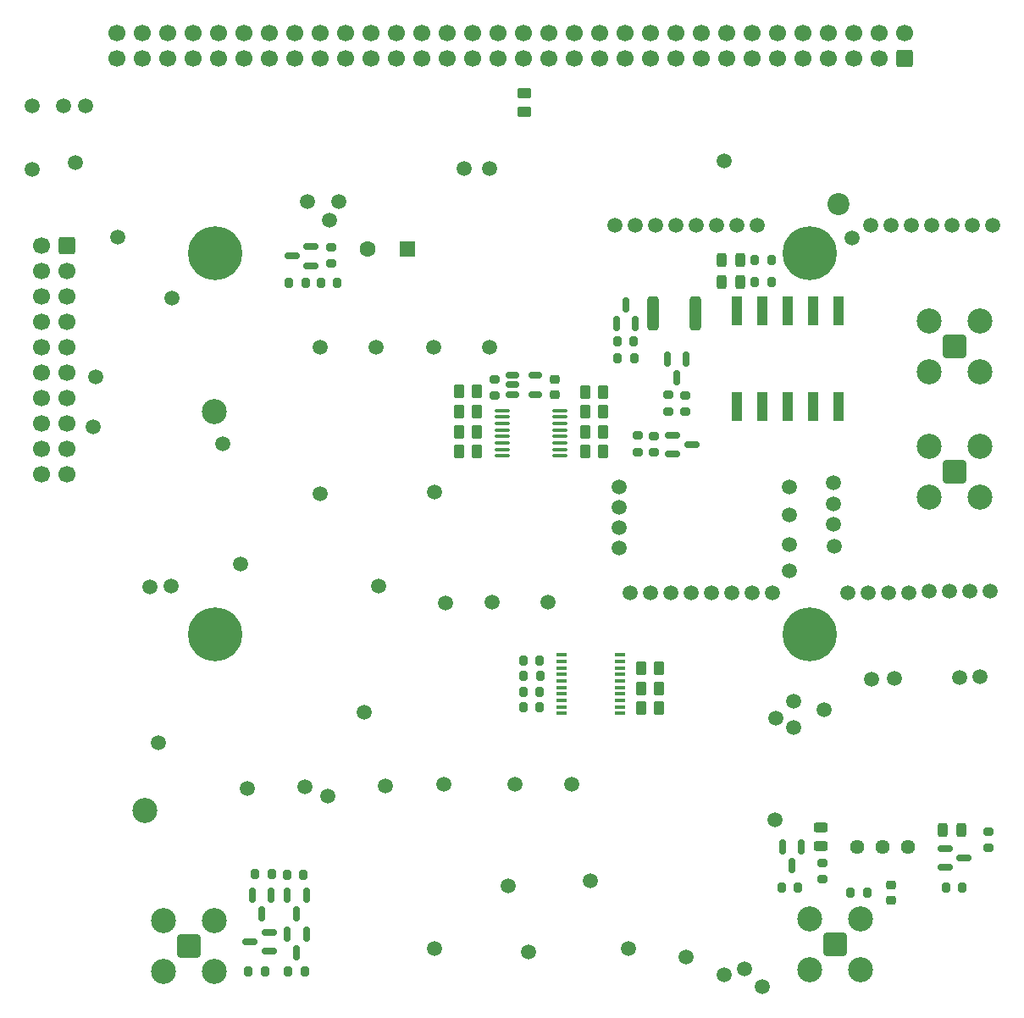
<source format=gbr>
%TF.GenerationSoftware,KiCad,Pcbnew,(6.0.5)*%
%TF.CreationDate,2022-06-30T03:28:59+08:00*%
%TF.ProjectId,lkt100a1_bclamp,6c6b7431-3030-4613-915f-62636c616d70,rev?*%
%TF.SameCoordinates,Original*%
%TF.FileFunction,Soldermask,Bot*%
%TF.FilePolarity,Negative*%
%FSLAX46Y46*%
G04 Gerber Fmt 4.6, Leading zero omitted, Abs format (unit mm)*
G04 Created by KiCad (PCBNEW (6.0.5)) date 2022-06-30 03:28:59*
%MOMM*%
%LPD*%
G01*
G04 APERTURE LIST*
G04 Aperture macros list*
%AMRoundRect*
0 Rectangle with rounded corners*
0 $1 Rounding radius*
0 $2 $3 $4 $5 $6 $7 $8 $9 X,Y pos of 4 corners*
0 Add a 4 corners polygon primitive as box body*
4,1,4,$2,$3,$4,$5,$6,$7,$8,$9,$2,$3,0*
0 Add four circle primitives for the rounded corners*
1,1,$1+$1,$2,$3*
1,1,$1+$1,$4,$5*
1,1,$1+$1,$6,$7*
1,1,$1+$1,$8,$9*
0 Add four rect primitives between the rounded corners*
20,1,$1+$1,$2,$3,$4,$5,0*
20,1,$1+$1,$4,$5,$6,$7,0*
20,1,$1+$1,$6,$7,$8,$9,0*
20,1,$1+$1,$8,$9,$2,$3,0*%
G04 Aperture macros list end*
%ADD10C,1.500000*%
%ADD11C,2.200000*%
%ADD12C,0.800000*%
%ADD13C,5.400000*%
%ADD14C,2.500000*%
%ADD15RoundRect,0.200000X0.200000X0.275000X-0.200000X0.275000X-0.200000X-0.275000X0.200000X-0.275000X0*%
%ADD16RoundRect,0.200000X-0.275000X0.200000X-0.275000X-0.200000X0.275000X-0.200000X0.275000X0.200000X0*%
%ADD17RoundRect,0.250000X0.450000X-0.262500X0.450000X0.262500X-0.450000X0.262500X-0.450000X-0.262500X0*%
%ADD18RoundRect,0.250000X0.262500X0.450000X-0.262500X0.450000X-0.262500X-0.450000X0.262500X-0.450000X0*%
%ADD19RoundRect,0.200000X0.275000X-0.200000X0.275000X0.200000X-0.275000X0.200000X-0.275000X-0.200000X0*%
%ADD20RoundRect,0.200100X-0.949900X-0.949900X0.949900X-0.949900X0.949900X0.949900X-0.949900X0.949900X0*%
%ADD21RoundRect,0.150000X0.587500X0.150000X-0.587500X0.150000X-0.587500X-0.150000X0.587500X-0.150000X0*%
%ADD22RoundRect,0.150000X-0.512500X-0.150000X0.512500X-0.150000X0.512500X0.150000X-0.512500X0.150000X0*%
%ADD23RoundRect,0.200000X-0.200000X-0.275000X0.200000X-0.275000X0.200000X0.275000X-0.200000X0.275000X0*%
%ADD24RoundRect,0.243750X-0.243750X-0.456250X0.243750X-0.456250X0.243750X0.456250X-0.243750X0.456250X0*%
%ADD25RoundRect,0.200100X0.949900X-0.949900X0.949900X0.949900X-0.949900X0.949900X-0.949900X-0.949900X0*%
%ADD26RoundRect,0.250000X0.312500X1.450000X-0.312500X1.450000X-0.312500X-1.450000X0.312500X-1.450000X0*%
%ADD27RoundRect,0.150000X-0.150000X0.587500X-0.150000X-0.587500X0.150000X-0.587500X0.150000X0.587500X0*%
%ADD28R,1.000000X0.400000*%
%ADD29RoundRect,0.225000X-0.250000X0.225000X-0.250000X-0.225000X0.250000X-0.225000X0.250000X0.225000X0*%
%ADD30RoundRect,0.250000X-0.262500X-0.450000X0.262500X-0.450000X0.262500X0.450000X-0.262500X0.450000X0*%
%ADD31RoundRect,0.243750X0.243750X0.456250X-0.243750X0.456250X-0.243750X-0.456250X0.243750X-0.456250X0*%
%ADD32R,1.600000X1.600000*%
%ADD33C,1.600000*%
%ADD34RoundRect,0.100000X0.637500X0.100000X-0.637500X0.100000X-0.637500X-0.100000X0.637500X-0.100000X0*%
%ADD35RoundRect,0.150000X-0.587500X-0.150000X0.587500X-0.150000X0.587500X0.150000X-0.587500X0.150000X0*%
%ADD36R,1.000000X3.000000*%
%ADD37RoundRect,0.250000X0.600000X-0.600000X0.600000X0.600000X-0.600000X0.600000X-0.600000X-0.600000X0*%
%ADD38C,1.700000*%
%ADD39RoundRect,0.150000X0.150000X-0.587500X0.150000X0.587500X-0.150000X0.587500X-0.150000X-0.587500X0*%
%ADD40RoundRect,0.225000X0.250000X-0.225000X0.250000X0.225000X-0.250000X0.225000X-0.250000X-0.225000X0*%
%ADD41RoundRect,0.243750X-0.456250X0.243750X-0.456250X-0.243750X0.456250X-0.243750X0.456250X0.243750X0*%
%ADD42C,1.440000*%
%ADD43RoundRect,0.250000X0.600000X0.600000X-0.600000X0.600000X-0.600000X-0.600000X0.600000X-0.600000X0*%
G04 APERTURE END LIST*
D10*
%TO.C,TP82*%
X122555000Y-57341000D03*
%TD*%
%TO.C,TP29*%
X142392400Y-87274400D03*
%TD*%
%TO.C,TP51*%
X103415800Y-113284000D03*
%TD*%
%TO.C,TP3*%
X91033600Y-84175600D03*
%TD*%
%TO.C,TP48*%
X113805000Y-95021400D03*
%TD*%
%TO.C,TP97*%
X65430400Y-45466000D03*
%TD*%
%TO.C,TP63*%
X134239000Y-94107000D03*
%TD*%
%TO.C,TP70*%
X131470400Y-50952400D03*
%TD*%
D11*
%TO.C,H7*%
X142833600Y-55269409D03*
%TD*%
D10*
%TO.C,TP9*%
X151892000Y-93980000D03*
%TD*%
%TO.C,TP47*%
X141462000Y-105790009D03*
%TD*%
%TO.C,TP24*%
X148488400Y-102666800D03*
%TD*%
%TO.C,TP32*%
X142341600Y-85191600D03*
%TD*%
%TO.C,TP18*%
X137922000Y-83566000D03*
%TD*%
%TO.C,TP96*%
X67614800Y-45415200D03*
%TD*%
%TO.C,TP58*%
X102463600Y-129692400D03*
%TD*%
%TO.C,TP69*%
X122047000Y-94107000D03*
%TD*%
%TO.C,TP35*%
X68326000Y-77520800D03*
%TD*%
%TO.C,TP75*%
X111887000Y-130048000D03*
%TD*%
%TO.C,TP40*%
X156210000Y-57404000D03*
%TD*%
%TO.C,TP17*%
X137922000Y-86360000D03*
%TD*%
%TO.C,TP86*%
X91059000Y-69583000D03*
%TD*%
%TO.C,TP14*%
X62230000Y-51816000D03*
%TD*%
%TO.C,TP41*%
X154178000Y-57404000D03*
%TD*%
%TO.C,TP10*%
X149860000Y-94107000D03*
%TD*%
%TO.C,TP85*%
X96631000Y-69569609D03*
%TD*%
%TO.C,TP34*%
X76200000Y-64617600D03*
%TD*%
%TO.C,TP67*%
X126111000Y-94107000D03*
%TD*%
%TO.C,TP88*%
X96914000Y-93472000D03*
%TD*%
%TO.C,TP11*%
X147828000Y-94107000D03*
%TD*%
%TO.C,TP36*%
X68580000Y-72566809D03*
%TD*%
%TO.C,TP66*%
X128143000Y-94107000D03*
%TD*%
%TO.C,TP27*%
X120954800Y-89662000D03*
%TD*%
%TO.C,TP59*%
X127660400Y-130556000D03*
%TD*%
%TO.C,TP42*%
X152146000Y-57404000D03*
%TD*%
%TO.C,TP91*%
X110556000Y-113233200D03*
%TD*%
%TO.C,TP15*%
X66557400Y-51078409D03*
%TD*%
%TO.C,TP60*%
X133451600Y-131724400D03*
%TD*%
%TO.C,TP7*%
X155956000Y-93980000D03*
%TD*%
%TO.C,TP2*%
X95462600Y-106018609D03*
%TD*%
D12*
%TO.C,H3*%
X138522109Y-96866109D03*
X141979000Y-98298000D03*
D13*
X139954000Y-98298000D03*
D12*
X141385891Y-96866109D03*
X139954000Y-96273000D03*
X139954000Y-100323000D03*
X138522109Y-99729891D03*
X137929000Y-98298000D03*
X141385891Y-99729891D03*
%TD*%
D10*
%TO.C,TP76*%
X134747000Y-57341000D03*
%TD*%
%TO.C,TP92*%
X97523000Y-113385600D03*
%TD*%
%TO.C,TP37*%
X74859007Y-109092009D03*
%TD*%
%TO.C,TP64*%
X132207000Y-94107000D03*
%TD*%
%TO.C,TP6*%
X157988000Y-93980000D03*
%TD*%
%TO.C,TP79*%
X128651000Y-57341000D03*
%TD*%
%TO.C,TP22*%
X157022800Y-102514400D03*
%TD*%
%TO.C,TP100*%
X89814400Y-55016400D03*
%TD*%
%TO.C,TP26*%
X120904000Y-83566000D03*
%TD*%
%TO.C,TP13*%
X143764000Y-94107000D03*
%TD*%
%TO.C,TP44*%
X148082000Y-57404000D03*
%TD*%
%TO.C,TP93*%
X83794600Y-113639600D03*
%TD*%
%TO.C,TP28*%
X120954800Y-87630000D03*
%TD*%
%TO.C,TP65*%
X130175000Y-94107000D03*
%TD*%
%TO.C,TP12*%
X145796000Y-94107000D03*
%TD*%
%TO.C,TP57*%
X138414000Y-104977209D03*
%TD*%
%TO.C,TP53*%
X136499600Y-116789200D03*
%TD*%
%TO.C,TP54*%
X103581200Y-95097600D03*
%TD*%
%TO.C,TP38*%
X62230000Y-45466000D03*
%TD*%
%TO.C,TP39*%
X158242000Y-57404000D03*
%TD*%
%TO.C,TP49*%
X138414000Y-107618809D03*
%TD*%
%TO.C,TP16*%
X70840600Y-58547000D03*
%TD*%
%TO.C,TP19*%
X137972800Y-89306400D03*
%TD*%
%TO.C,TP68*%
X124079000Y-94107000D03*
%TD*%
%TO.C,TP46*%
X144205200Y-58622209D03*
%TD*%
%TO.C,TP56*%
X107950000Y-51663600D03*
%TD*%
%TO.C,TP99*%
X91948000Y-56845200D03*
%TD*%
%TO.C,TP8*%
X153924000Y-93980000D03*
%TD*%
%TO.C,TP74*%
X131419600Y-132283200D03*
%TD*%
%TO.C,TP95*%
X76107800Y-93471009D03*
%TD*%
D14*
%TO.C,H2*%
X73507600Y-115874800D03*
%TD*%
D10*
%TO.C,TP72*%
X109829600Y-123393200D03*
%TD*%
%TO.C,TP87*%
X102362000Y-69596000D03*
%TD*%
%TO.C,TP33*%
X81280000Y-79248000D03*
%TD*%
%TO.C,TP84*%
X107950000Y-69596000D03*
%TD*%
%TO.C,TP98*%
X92913200Y-54965600D03*
%TD*%
%TO.C,TP77*%
X132715000Y-57341000D03*
%TD*%
%TO.C,TP78*%
X130683000Y-57341000D03*
%TD*%
D12*
%TO.C,H6*%
X79086109Y-58766109D03*
X81949891Y-61629891D03*
X80518000Y-58173000D03*
X79086109Y-61629891D03*
X81949891Y-58766109D03*
X78493000Y-60198000D03*
X80518000Y-62223000D03*
D13*
X80518000Y-60198000D03*
D12*
X82543000Y-60198000D03*
%TD*%
D10*
%TO.C,TP83*%
X120523000Y-57341000D03*
%TD*%
%TO.C,TP80*%
X126619000Y-57341000D03*
%TD*%
%TO.C,TP25*%
X120954800Y-85598000D03*
%TD*%
%TO.C,TP43*%
X150114000Y-57404000D03*
%TD*%
%TO.C,TP4*%
X105410000Y-51663600D03*
%TD*%
%TO.C,TP94*%
X74015600Y-93522800D03*
%TD*%
%TO.C,TP31*%
X142341600Y-83108800D03*
%TD*%
%TO.C,TP62*%
X136271000Y-94107000D03*
%TD*%
%TO.C,TP30*%
X142443200Y-89458800D03*
%TD*%
%TO.C,TP21*%
X154990800Y-102565200D03*
%TD*%
%TO.C,TP61*%
X135229600Y-133451600D03*
%TD*%
%TO.C,TP89*%
X108217000Y-95021400D03*
%TD*%
%TO.C,TP50*%
X116194800Y-113284000D03*
%TD*%
%TO.C,TP71*%
X118059200Y-122936000D03*
%TD*%
%TO.C,TP73*%
X121869200Y-129641600D03*
%TD*%
%TO.C,TP52*%
X89484200Y-113538000D03*
%TD*%
D12*
%TO.C,H1*%
X139954000Y-62223000D03*
D13*
X139954000Y-60198000D03*
D12*
X141979000Y-60198000D03*
X137929000Y-60198000D03*
X141385891Y-58766109D03*
X139954000Y-58173000D03*
X141385891Y-61629891D03*
X138522109Y-58766109D03*
X138522109Y-61629891D03*
%TD*%
%TO.C,H5*%
X80518000Y-100323000D03*
X79086109Y-99729891D03*
X81949891Y-99729891D03*
X78493000Y-98298000D03*
X82543000Y-98298000D03*
X79086109Y-96866109D03*
X80518000Y-96273000D03*
D13*
X80518000Y-98298000D03*
D12*
X81949891Y-96866109D03*
%TD*%
D10*
%TO.C,TP55*%
X102463600Y-84074000D03*
%TD*%
%TO.C,TP90*%
X83058000Y-91236800D03*
%TD*%
%TO.C,TP45*%
X146050000Y-57404000D03*
%TD*%
%TO.C,TP81*%
X124587000Y-57341000D03*
%TD*%
D14*
%TO.C,H4*%
X80467200Y-75995809D03*
%TD*%
D10*
%TO.C,TP23*%
X146202400Y-102717600D03*
%TD*%
%TO.C,TP5*%
X136601200Y-106629200D03*
%TD*%
%TO.C,TP1*%
X91795600Y-114401600D03*
%TD*%
%TO.C,TP20*%
X137922000Y-91948000D03*
%TD*%
D15*
%TO.C,R114*%
X89582000Y-63168809D03*
X87932000Y-63168809D03*
%TD*%
D16*
%TO.C,R60*%
X157832800Y-117969809D03*
X157832800Y-119619809D03*
%TD*%
D17*
%TO.C,R98*%
X111464600Y-46021909D03*
X111464600Y-44196909D03*
%TD*%
D18*
%TO.C,R123*%
X119336700Y-74040009D03*
X117511700Y-74040009D03*
%TD*%
D19*
%TO.C,R128*%
X127517400Y-76021209D03*
X127517400Y-74371209D03*
%TD*%
D20*
%TO.C,J1*%
X77936600Y-129462809D03*
D14*
X75396600Y-132002809D03*
X80476600Y-132002809D03*
X80476600Y-126922809D03*
X75396600Y-126922809D03*
%TD*%
D21*
%TO.C,Q8*%
X90151700Y-59501009D03*
X90151700Y-61401009D03*
X88276700Y-60451009D03*
%TD*%
D22*
%TO.C,U3*%
X110301700Y-74278809D03*
X110301700Y-73328809D03*
X110301700Y-72378809D03*
X112576700Y-72378809D03*
X112576700Y-74278809D03*
%TD*%
D23*
%TO.C,R39*%
X87842600Y-132002809D03*
X89492600Y-132002809D03*
%TD*%
%TO.C,R116*%
X91107000Y-63143409D03*
X92757000Y-63143409D03*
%TD*%
D24*
%TO.C,D5*%
X131151900Y-60857409D03*
X133026900Y-60857409D03*
%TD*%
D19*
%TO.C,R59*%
X141221200Y-122769409D03*
X141221200Y-121119409D03*
%TD*%
D25*
%TO.C,J7*%
X154503000Y-82015609D03*
D14*
X157043000Y-79475609D03*
X157043000Y-84555609D03*
X151963000Y-79475609D03*
X151963000Y-84555609D03*
%TD*%
D18*
%TO.C,R124*%
X119336700Y-79983609D03*
X117511700Y-79983609D03*
%TD*%
D26*
%TO.C,D3*%
X128588100Y-66216809D03*
X124313100Y-66216809D03*
%TD*%
D27*
%TO.C,Q10*%
X125754600Y-70765709D03*
X127654600Y-70765709D03*
X126704600Y-72640709D03*
%TD*%
D28*
%TO.C,U1*%
X121015600Y-100325009D03*
X121015600Y-100975009D03*
X121015600Y-101625009D03*
X121015600Y-102275009D03*
X121015600Y-102925009D03*
X121015600Y-103575009D03*
X121015600Y-104225009D03*
X121015600Y-104875009D03*
X121015600Y-105525009D03*
X121015600Y-106175009D03*
X115215600Y-106175009D03*
X115215600Y-105525009D03*
X115215600Y-104875009D03*
X115215600Y-104225009D03*
X115215600Y-103575009D03*
X115215600Y-102925009D03*
X115215600Y-102275009D03*
X115215600Y-101625009D03*
X115215600Y-100975009D03*
X115215600Y-100325009D03*
%TD*%
D27*
%TO.C,Q2*%
X87756200Y-128271309D03*
X89656200Y-128271309D03*
X88706200Y-130146309D03*
%TD*%
D29*
%TO.C,C8*%
X114510700Y-72757009D03*
X114510700Y-74307009D03*
%TD*%
D23*
%TO.C,R108*%
X111347000Y-100862409D03*
X112997000Y-100862409D03*
%TD*%
D30*
%TO.C,R90*%
X123097800Y-105637609D03*
X124922800Y-105637609D03*
%TD*%
D31*
%TO.C,D2*%
X155163500Y-117829609D03*
X153288500Y-117829609D03*
%TD*%
D32*
%TO.C,BZ1*%
X99748600Y-59765209D03*
D33*
X95748600Y-59765209D03*
%TD*%
D16*
%TO.C,R132*%
X124390900Y-78432209D03*
X124390900Y-80082209D03*
%TD*%
D30*
%TO.C,R121*%
X104913300Y-73938409D03*
X106738300Y-73938409D03*
%TD*%
D34*
%TO.C,U2*%
X114985600Y-75879809D03*
X114985600Y-76529809D03*
X114985600Y-77179809D03*
X114985600Y-77829809D03*
X114985600Y-78479809D03*
X114985600Y-79129809D03*
X114985600Y-79779809D03*
X114985600Y-80429809D03*
X109260600Y-80429809D03*
X109260600Y-79779809D03*
X109260600Y-79129809D03*
X109260600Y-78479809D03*
X109260600Y-77829809D03*
X109260600Y-77179809D03*
X109260600Y-76529809D03*
X109260600Y-75879809D03*
%TD*%
D35*
%TO.C,Q6*%
X153491700Y-121573609D03*
X153491700Y-119673609D03*
X155366700Y-120623609D03*
%TD*%
D25*
%TO.C,J6*%
X154452200Y-69518809D03*
D14*
X156992200Y-66978809D03*
X151912200Y-72058809D03*
X156992200Y-72058809D03*
X151912200Y-66978809D03*
%TD*%
D24*
%TO.C,D4*%
X131162800Y-63016409D03*
X133037800Y-63016409D03*
%TD*%
D27*
%TO.C,Q3*%
X84251000Y-124308909D03*
X86151000Y-124308909D03*
X85201000Y-126183909D03*
%TD*%
D36*
%TO.C,K1*%
X132699000Y-65958009D03*
X135239000Y-65958009D03*
X137779000Y-65958009D03*
X140319000Y-65958009D03*
X142859000Y-65958009D03*
X142859000Y-75518009D03*
X140319000Y-75518009D03*
X137779000Y-75518009D03*
X135239000Y-75518009D03*
X132699000Y-75518009D03*
%TD*%
D15*
%TO.C,R77*%
X145716000Y-124078009D03*
X144066000Y-124078009D03*
%TD*%
%TO.C,R131*%
X136165600Y-60857409D03*
X134515600Y-60857409D03*
%TD*%
D37*
%TO.C,J4*%
X149437600Y-40672309D03*
D38*
X149437600Y-38132309D03*
X146897600Y-40672309D03*
X146897600Y-38132309D03*
X144357600Y-40672309D03*
X144357600Y-38132309D03*
X141817600Y-40672309D03*
X141817600Y-38132309D03*
X139277600Y-40672309D03*
X139277600Y-38132309D03*
X136737600Y-40672309D03*
X136737600Y-38132309D03*
X134197600Y-40672309D03*
X134197600Y-38132309D03*
X131657600Y-40672309D03*
X131657600Y-38132309D03*
X129117600Y-40672309D03*
X129117600Y-38132309D03*
X126577600Y-40672309D03*
X126577600Y-38132309D03*
X124037600Y-40672309D03*
X124037600Y-38132309D03*
X121497600Y-40672309D03*
X121497600Y-38132309D03*
X118957600Y-40672309D03*
X118957600Y-38132309D03*
X116417600Y-40672309D03*
X116417600Y-38132309D03*
X113877600Y-40672309D03*
X113877600Y-38132309D03*
X111337600Y-40672309D03*
X111337600Y-38132309D03*
X108797600Y-40672309D03*
X108797600Y-38132309D03*
X106257600Y-40672309D03*
X106257600Y-38132309D03*
X103717600Y-40672309D03*
X103717600Y-38132309D03*
X101177600Y-40672309D03*
X101177600Y-38132309D03*
X98637600Y-40672309D03*
X98637600Y-38132309D03*
X96097600Y-40672309D03*
X96097600Y-38132309D03*
X93557600Y-40672309D03*
X93557600Y-38132309D03*
X91017600Y-40672309D03*
X91017600Y-38132309D03*
X88477600Y-40672309D03*
X88477600Y-38132309D03*
X85937600Y-40672309D03*
X85937600Y-38132309D03*
X83397600Y-40672309D03*
X83397600Y-38132309D03*
X80857600Y-40672309D03*
X80857600Y-38132309D03*
X78317600Y-40672309D03*
X78317600Y-38132309D03*
X75777600Y-40672309D03*
X75777600Y-38132309D03*
X73237600Y-40672309D03*
X73237600Y-38132309D03*
X70697600Y-40672309D03*
X70697600Y-38132309D03*
%TD*%
D39*
%TO.C,Q9*%
X122574600Y-67205109D03*
X120674600Y-67205109D03*
X121624600Y-65330109D03*
%TD*%
D16*
%TO.C,R133*%
X122765300Y-78381409D03*
X122765300Y-80031409D03*
%TD*%
D40*
%TO.C,C1*%
X148091400Y-124853009D03*
X148091400Y-123303009D03*
%TD*%
D30*
%TO.C,R119*%
X104913300Y-78002409D03*
X106738300Y-78002409D03*
%TD*%
D23*
%TO.C,R107*%
X111385600Y-102437209D03*
X113035600Y-102437209D03*
%TD*%
D15*
%TO.C,R130*%
X136153400Y-63016409D03*
X134503400Y-63016409D03*
%TD*%
D35*
%TO.C,Q11*%
X126298200Y-80258009D03*
X126298200Y-78358009D03*
X128173200Y-79308009D03*
%TD*%
D27*
%TO.C,Q5*%
X137274000Y-119482909D03*
X139174000Y-119482909D03*
X138224000Y-121357909D03*
%TD*%
D23*
%TO.C,R67*%
X137157200Y-123620809D03*
X138807200Y-123620809D03*
%TD*%
D19*
%TO.C,R115*%
X92160600Y-61199809D03*
X92160600Y-59549809D03*
%TD*%
D21*
%TO.C,Q4*%
X85935300Y-128055609D03*
X85935300Y-129955609D03*
X84060300Y-129005609D03*
%TD*%
D41*
%TO.C,D1*%
X141068800Y-117603309D03*
X141068800Y-119478309D03*
%TD*%
D23*
%TO.C,R23*%
X87728800Y-122300009D03*
X89378800Y-122300009D03*
%TD*%
D15*
%TO.C,R118*%
X122449600Y-70636409D03*
X120799600Y-70636409D03*
%TD*%
D23*
%TO.C,R68*%
X153604200Y-123570009D03*
X155254200Y-123570009D03*
%TD*%
D27*
%TO.C,Q1*%
X87756200Y-124308909D03*
X89656200Y-124308909D03*
X88706200Y-126183909D03*
%TD*%
D42*
%TO.C,RV1*%
X144726400Y-119506009D03*
X147266400Y-119506009D03*
X149806400Y-119506009D03*
%TD*%
D18*
%TO.C,R125*%
X119336700Y-76021209D03*
X117511700Y-76021209D03*
%TD*%
D30*
%TO.C,R122*%
X104913300Y-79983609D03*
X106738300Y-79983609D03*
%TD*%
D19*
%TO.C,R129*%
X125841000Y-75982609D03*
X125841000Y-74332609D03*
%TD*%
D23*
%TO.C,R40*%
X83868000Y-132002809D03*
X85518000Y-132002809D03*
%TD*%
D18*
%TO.C,R126*%
X119336700Y-78002409D03*
X117511700Y-78002409D03*
%TD*%
D23*
%TO.C,R30*%
X84528400Y-122198409D03*
X86178400Y-122198409D03*
%TD*%
D30*
%TO.C,R89*%
X123097800Y-103656409D03*
X124922800Y-103656409D03*
%TD*%
%TO.C,R120*%
X104913300Y-75970409D03*
X106738300Y-75970409D03*
%TD*%
%TO.C,R88*%
X123097800Y-101675209D03*
X124922800Y-101675209D03*
%TD*%
D23*
%TO.C,R106*%
X111359200Y-104012009D03*
X113009200Y-104012009D03*
%TD*%
D20*
%TO.C,J2*%
X142503400Y-129259609D03*
D14*
X139963400Y-126719609D03*
X139963400Y-131799609D03*
X145043400Y-131799609D03*
X145043400Y-126719609D03*
%TD*%
D15*
%TO.C,R127*%
X122398800Y-69010809D03*
X120748800Y-69010809D03*
%TD*%
D16*
%TO.C,R117*%
X108492800Y-72783209D03*
X108492800Y-74433209D03*
%TD*%
D43*
%TO.C,J5*%
X65727100Y-59409609D03*
D38*
X63187100Y-59409609D03*
X65727100Y-61949609D03*
X63187100Y-61949609D03*
X65727100Y-64489609D03*
X63187100Y-64489609D03*
X65727100Y-67029609D03*
X63187100Y-67029609D03*
X65727100Y-69569609D03*
X63187100Y-69569609D03*
X65727100Y-72109609D03*
X63187100Y-72109609D03*
X65727100Y-74649609D03*
X63187100Y-74649609D03*
X65727100Y-77189609D03*
X63187100Y-77189609D03*
X65727100Y-79729609D03*
X63187100Y-79729609D03*
X65727100Y-82269609D03*
X63187100Y-82269609D03*
%TD*%
D23*
%TO.C,R105*%
X111347000Y-105586809D03*
X112997000Y-105586809D03*
%TD*%
M02*

</source>
